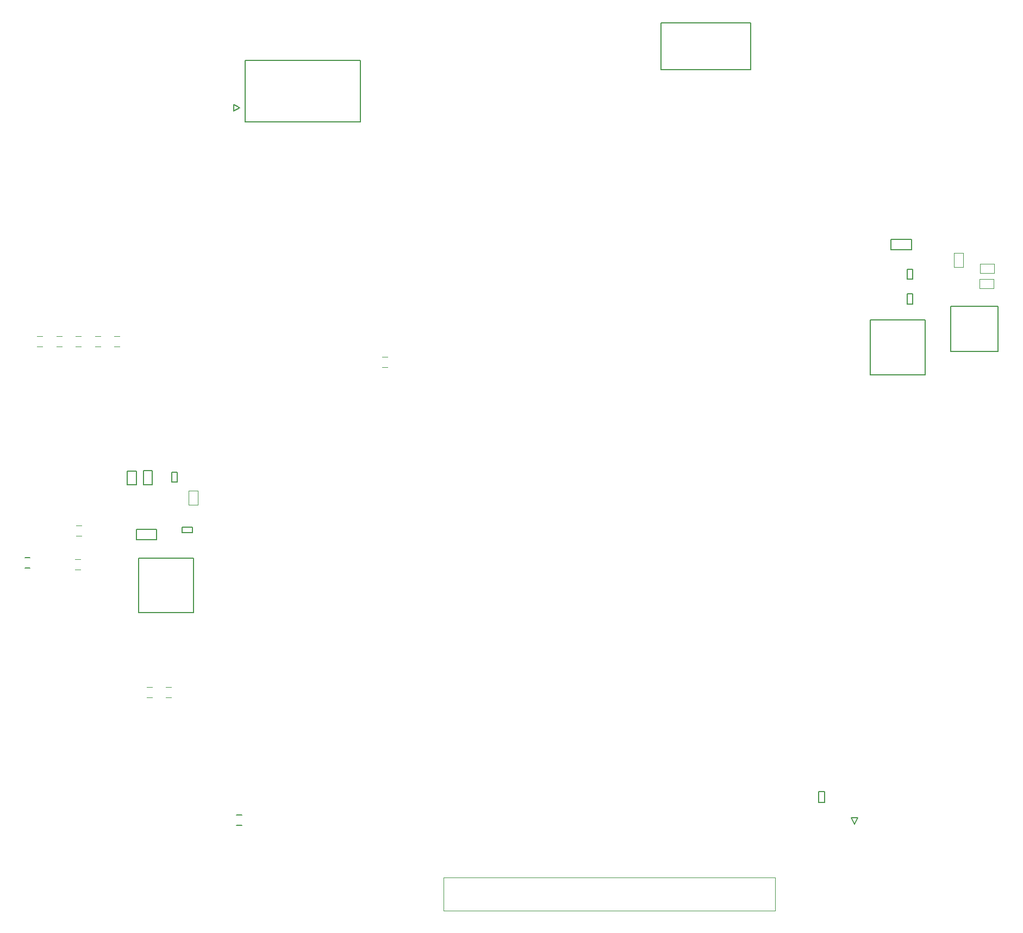
<source format=gbr>
%TF.GenerationSoftware,Altium Limited,Altium Designer,23.6.0 (18)*%
G04 Layer_Color=32768*
%FSLAX45Y45*%
%MOMM*%
%TF.SameCoordinates,8B2A78E3-6762-467B-82E4-ABAB87B9FA14*%
%TF.FilePolarity,Positive*%
%TF.FileFunction,Other,Bottom_3D_Body*%
%TF.Part,Single*%
G01*
G75*
%TA.AperFunction,NonConductor*%
%ADD70C,0.20000*%
%ADD71C,0.12700*%
%ADD114C,0.10000*%
D70*
X8115000Y3275000D02*
Y3445000D01*
Y3275000D02*
X8205000D01*
Y3445000D01*
X8115000D02*
X8205000D01*
X-1962500Y8265000D02*
Y8420000D01*
Y8265000D02*
X-1877500D01*
Y8420000D01*
X-1962500D02*
X-1877500D01*
X5657500Y14682001D02*
X7057500D01*
Y15412500D01*
X5657500D02*
X7057500D01*
X5657500Y14682001D02*
Y15412500D01*
X8920000Y9935000D02*
X9770000D01*
Y10785000D01*
X8920000D02*
X9770000D01*
X8920000Y9935000D02*
Y10785000D01*
X-2195000Y7367500D02*
Y7527500D01*
X-2515000Y7367500D02*
X-2195000D01*
X-2515000Y7527500D02*
X-2195000D01*
X-2515000Y7367500D02*
Y7527500D01*
X-4247500Y6930000D02*
X-4167500D01*
X-4247500Y7090000D02*
X-4167500D01*
X-950000Y2925000D02*
X-870000D01*
X-950000Y3085000D02*
X-870000D01*
X9495000Y11575000D02*
X9580000D01*
Y11420000D02*
Y11575000D01*
X9495000Y11420000D02*
X9580000D01*
X9495000D02*
Y11575000D01*
X9490000Y11190000D02*
X9575000D01*
Y11035000D02*
Y11190000D01*
X9490000Y11035000D02*
X9575000D01*
X9490000D02*
Y11190000D01*
X-1797500Y7480000D02*
Y7565000D01*
X-1642500D01*
Y7480000D02*
Y7565000D01*
X-1797500Y7480000D02*
X-1642500D01*
X10170000Y10292500D02*
Y11002500D01*
X10910000D01*
Y10292500D02*
Y11002500D01*
X10170000Y10292500D02*
X10910000D01*
X9240000Y11882500D02*
Y12042500D01*
X9560000D01*
Y11882500D02*
Y12042500D01*
X9240000Y11882500D02*
X9560000D01*
X-1625000Y6230000D02*
Y7080000D01*
X-2475000Y6230000D02*
X-1625000D01*
X-2475000D02*
Y7080000D01*
X-1625000D01*
X-2405001Y8225002D02*
X-2265002D01*
X-2405001D02*
Y8439998D01*
X-2265002D01*
Y8225002D02*
Y8439998D01*
X-2654998Y8222498D02*
X-2514999D01*
X-2654998D02*
Y8437499D01*
X-2514999D01*
Y8222498D02*
Y8437499D01*
D71*
X-1000000Y14039999D02*
X-900000Y14089999D01*
X-1000000Y14039999D02*
Y14139999D01*
X-820000Y13864999D02*
X980000D01*
X-1000000Y14139999D02*
X-900000Y14089999D01*
X-820000Y14825000D02*
X980000D01*
X-820000Y13864999D02*
Y14825000D01*
X980000Y13864999D02*
Y14825000D01*
X8625000Y3040000D02*
X8675000Y2940000D01*
X8725000Y3040000D01*
X8625000D02*
X8725000D01*
D114*
X2274800Y2111200D02*
X7434800D01*
Y1596200D02*
Y2111200D01*
X2274800Y1596200D02*
X7434800D01*
X2274800D02*
Y2111200D01*
X-2355000Y4910000D02*
X-2270000D01*
X-2355000Y5070000D02*
X-2270000D01*
X1312500Y10052500D02*
X1397500D01*
X1312500Y10212500D02*
X1397500D01*
X-3467500Y7060000D02*
X-3382500D01*
X-3467500Y6900000D02*
X-3382500D01*
X-2858000Y10376200D02*
X-2773000D01*
X-2858000Y10536200D02*
X-2773000D01*
X-3459000Y10376200D02*
X-3374000D01*
X-3459000Y10536200D02*
X-3374000D01*
X-3759500Y10376200D02*
X-3674500D01*
X-3759500Y10536200D02*
X-3674500D01*
X-4060000Y10376200D02*
X-3975000D01*
X-4060000Y10536200D02*
X-3975000D01*
X-3158500D02*
X-3073500D01*
X-3158500Y10376200D02*
X-3073500D01*
X-3455000Y7585000D02*
X-3370000D01*
X-3455000Y7425000D02*
X-3370000D01*
X-2052500Y4915000D02*
X-1967500D01*
X-2052500Y5075000D02*
X-1967500D01*
X10220003Y11832498D02*
X10365001D01*
X10220003Y11612499D02*
X10365001D01*
X10220003D02*
Y11832498D01*
X10365001Y11612499D02*
Y11832498D01*
X10623299Y11279500D02*
Y11424498D01*
X10843298Y11279500D02*
Y11424498D01*
X10623299Y11279500D02*
X10843298D01*
X10623299Y11424498D02*
X10843298D01*
X10627500Y11517498D02*
Y11662501D01*
X10847500Y11517498D02*
Y11662501D01*
X10627500Y11517498D02*
X10847500D01*
X10627500Y11662501D02*
X10847500D01*
X-1552501Y7904998D02*
Y8124997D01*
X-1697500Y7904998D02*
Y8124997D01*
Y7904998D02*
X-1552501D01*
X-1697500Y8124997D02*
X-1552501D01*
%TF.MD5,8e4ab1a64b5a85b321166c9938c70040*%
M02*

</source>
